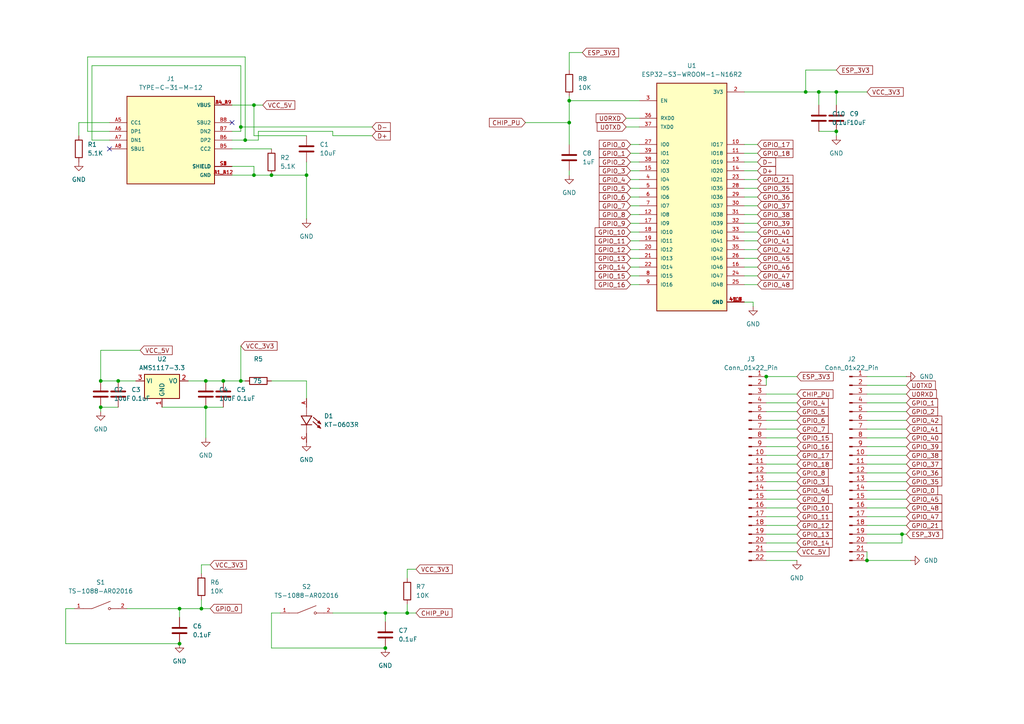
<source format=kicad_sch>
(kicad_sch (version 20231120) (generator "eeschema") (generator_version "8.0")
  (paper "A4")
  (lib_symbols
    (symbol "Connector:Conn_01x22_Pin" (pin_names (offset 1.016) hide)
      (property "Reference" "J" (at 0 27.94 0))
      (property "Value" "Conn_01x22_Pin" (at 0 -30.48 0))
      (symbol "Conn_01x22_Pin_1_1"
        (polyline (pts (xy 1.27 -27.94) (xy 0.8636 -27.94)) (stroke (width 0.1524)))
        (polyline (pts (xy 1.27 -25.4) (xy 0.8636 -25.4)) (stroke (width 0.1524)))
        (polyline (pts (xy 1.27 -22.86) (xy 0.8636 -22.86)) (stroke (width 0.1524)))
        (polyline (pts (xy 1.27 -20.32) (xy 0.8636 -20.32)) (stroke (width 0.1524)))
        (polyline (pts (xy 1.27 -17.78) (xy 0.8636 -17.78)) (stroke (width 0.1524)))
        (polyline (pts (xy 1.27 -15.24) (xy 0.8636 -15.24)) (stroke (width 0.1524)))
        (polyline (pts (xy 1.27 -12.7) (xy 0.8636 -12.7)) (stroke (width 0.1524)))
        (polyline (pts (xy 1.27 -10.16) (xy 0.8636 -10.16)) (stroke (width 0.1524)))
        (polyline (pts (xy 1.27 -7.62) (xy 0.8636 -7.62)) (stroke (width 0.1524)))
        (polyline (pts (xy 1.27 -5.08) (xy 0.8636 -5.08)) (stroke (width 0.1524)))
        (polyline (pts (xy 1.27 -2.54) (xy 0.8636 -2.54)) (stroke (width 0.1524)))
        (polyline (pts (xy 1.27 0) (xy 0.8636 0)) (stroke (width 0.1524)))
        (polyline (pts (xy 1.27 2.54) (xy 0.8636 2.54)) (stroke (width 0.1524)))
        (polyline (pts (xy 1.27 5.08) (xy 0.8636 5.08)) (stroke (width 0.1524)))
        (polyline (pts (xy 1.27 7.62) (xy 0.8636 7.62)) (stroke (width 0.1524)))
        (polyline (pts (xy 1.27 10.16) (xy 0.8636 10.16)) (stroke (width 0.1524)))
        (polyline (pts (xy 1.27 12.7) (xy 0.8636 12.7)) (stroke (width 0.1524)))
        (polyline (pts (xy 1.27 15.24) (xy 0.8636 15.24)) (stroke (width 0.1524)))
        (polyline (pts (xy 1.27 17.78) (xy 0.8636 17.78)) (stroke (width 0.1524)))
        (polyline (pts (xy 1.27 20.32) (xy 0.8636 20.32)) (stroke (width 0.1524)))
        (polyline (pts (xy 1.27 22.86) (xy 0.8636 22.86)) (stroke (width 0.1524)))
        (polyline (pts (xy 1.27 25.4) (xy 0.8636 25.4)) (stroke (width 0.1524)))
        (rectangle (start 0.8636 -27.813) (end 0 -28.067) (stroke (width 0.1524)) (fill (type outline)))
        (rectangle (start 0.8636 -25.273) (end 0 -25.527) (stroke (width 0.1524)) (fill (type outline)))
        (rectangle (start 0.8636 -22.733) (end 0 -22.987) (stroke (width 0.1524)) (fill (type outline)))
        (rectangle (start 0.8636 -20.193) (end 0 -20.447) (stroke (width 0.1524)) (fill (type outline)))
        (rectangle (start 0.8636 -17.653) (end 0 -17.907) (stroke (width 0.1524)) (fill (type outline)))
        (rectangle (start 0.8636 -15.113) (end 0 -15.367) (stroke (width 0.1524)) (fill (type outline)))
        (rectangle (start 0.8636 -12.573) (end 0 -12.827) (stroke (width 0.1524)) (fill (type outline)))
        (rectangle (start 0.8636 -10.033) (end 0 -10.287) (stroke (width 0.1524)) (fill (type outline)))
        (rectangle (start 0.8636 -7.493) (end 0 -7.747) (stroke (width 0.1524)) (fill (type outline)))
        (rectangle (start 0.8636 -4.953) (end 0 -5.207) (stroke (width 0.1524)) (fill (type outline)))
        (rectangle (start 0.8636 -2.413) (end 0 -2.667) (stroke (width 0.1524)) (fill (type outline)))
        (rectangle (start 0.8636 0.127) (end 0 -0.127) (stroke (width 0.1524)) (fill (type outline)))
        (rectangle (start 0.8636 2.667) (end 0 2.413) (stroke (width 0.1524)) (fill (type outline)))
        (rectangle (start 0.8636 5.207) (end 0 4.953) (stroke (width 0.1524)) (fill (type outline)))
        (rectangle (start 0.8636 7.747) (end 0 7.493) (stroke (width 0.1524)) (fill (type outline)))
        (rectangle (start 0.8636 10.287) (end 0 10.033) (stroke (width 0.1524)) (fill (type outline)))
        (rectangle (start 0.8636 12.827) (end 0 12.573) (stroke (width 0.1524)) (fill (type outline)))
        (rectangle (start 0.8636 15.367) (end 0 15.113) (stroke (width 0.1524)) (fill (type outline)))
        (rectangle (start 0.8636 17.907) (end 0 17.653) (stroke (width 0.1524)) (fill (type outline)))
        (rectangle (start 0.8636 20.447) (end 0 20.193) (stroke (width 0.1524)) (fill (type outline)))
        (rectangle (start 0.8636 22.987) (end 0 22.733) (stroke (width 0.1524)) (fill (type outline)))
        (rectangle (start 0.8636 25.527) (end 0 25.273) (stroke (width 0.1524)) (fill (type outline)))
        (pin passive line (at 5.08 25.4 180) (length 3.81) (name "Pin_1") (number "1"))
        (pin passive line (at 5.08 2.54 180) (length 3.81) (name "Pin_10") (number "10"))
        (pin passive line (at 5.08 0 180) (length 3.81) (name "Pin_11") (number "11"))
        (pin passive line (at 5.08 -2.54 180) (length 3.81) (name "Pin_12") (number "12"))
        (pin passive line (at 5.08 -5.08 180) (length 3.81) (name "Pin_13") (number "13"))
        (pin passive line (at 5.08 -7.62 180) (length 3.81) (name "Pin_14") (number "14"))
        (pin passive line (at 5.08 -10.16 180) (length 3.81) (name "Pin_15") (number "15"))
        (pin passive line (at 5.08 -12.7 180) (length 3.81) (name "Pin_16") (number "16"))
        (pin passive line (at 5.08 -15.24 180) (length 3.81) (name "Pin_17") (number "17"))
        (pin passive line (at 5.08 -17.78 180) (length 3.81) (name "Pin_18") (number "18"))
        (pin passive line (at 5.08 -20.32 180) (length 3.81) (name "Pin_19") (number "19"))
        (pin passive line (at 5.08 22.86 180) (length 3.81) (name "Pin_2") (number "2"))
        (pin passive line (at 5.08 -22.86 180) (length 3.81) (name "Pin_20") (number "20"))
        (pin passive line (at 5.08 -25.4 180) (length 3.81) (name "Pin_21") (number "21"))
        (pin passive line (at 5.08 -27.94 180) (length 3.81) (name "Pin_22") (number "22"))
        (pin passive line (at 5.08 20.32 180) (length 3.81) (name "Pin_3") (number "3"))
        (pin passive line (at 5.08 17.78 180) (length 3.81) (name "Pin_4") (number "4"))
        (pin passive line (at 5.08 15.24 180) (length 3.81) (name "Pin_5") (number "5"))
        (pin passive line (at 5.08 12.7 180) (length 3.81) (name "Pin_6") (number "6"))
        (pin passive line (at 5.08 10.16 180) (length 3.81) (name "Pin_7") (number "7"))
        (pin passive line (at 5.08 7.62 180) (length 3.81) (name "Pin_8") (number "8"))
        (pin passive line (at 5.08 5.08 180) (length 3.81) (name "Pin_9") (number "9"))
      )
    )
    (symbol "Device:C" (pin_numbers hide) (pin_names (offset 0.254))
      (property "Reference" "C" (at 0.635 2.54 0))
      (property "Value" "C" (at 0.635 -2.54 0))
      (symbol "C_0_1"
        (polyline (pts (xy -2.032 -0.762) (xy 2.032 -0.762)) (stroke (width 0.508)))
        (polyline (pts (xy -2.032 0.762) (xy 2.032 0.762)) (stroke (width 0.508)))
      )
      (symbol "C_1_1"
        (pin passive line (at 0 3.81 270) (length 2.794) (name "~") (number "1"))
        (pin passive line (at 0 -3.81 90) (length 2.794) (name "~") (number "2"))
      )
    )
    (symbol "Device:R" (pin_numbers hide) (pin_names (offset 0))
      (property "Reference" "R" (at 2.032 0 90))
      (property "Value" "R" (at 0 0 90))
      (symbol "R_0_1"
        (rectangle (start -1.016 -2.54) (end 1.016 2.54) (stroke (width 0.254)))
      )
      (symbol "R_1_1"
        (pin passive line (at 0 3.81 270) (length 1.27) (name "~") (number "1"))
        (pin passive line (at 0 -3.81 90) (length 1.27) (name "~") (number "2"))
      )
    )
    (symbol "ESP32-S3-WROOM-1-N16R2:ESP32-S3-WROOM-1-N16R2" (pin_names (offset 1.016))
      (property "Reference" "U" (at -10.16 34.1122 0))
      (property "Value" "ESP32-S3-WROOM-1-N16R2" (at -10.16 -35.56 0))
      (symbol "ESP32-S3-WROOM-1-N16R2_0_0"
        (rectangle (start -10.16 -33.02) (end 10.16 33.02) (stroke (width 0.254)) (fill (type background)))
        (pin power_in line (at 15.24 -30.48 180) (length 5.08) (name "GND") (number "1"))
        (pin bidirectional line (at 15.24 15.24 180) (length 5.08) (name "IO17") (number "10"))
        (pin bidirectional line (at 15.24 12.7 180) (length 5.08) (name "IO18") (number "11"))
        (pin bidirectional line (at -15.24 -5.08 0) (length 5.08) (name "IO8") (number "12"))
        (pin bidirectional line (at 15.24 10.16 180) (length 5.08) (name "IO19") (number "13"))
        (pin bidirectional line (at 15.24 7.62 180) (length 5.08) (name "IO20") (number "14"))
        (pin bidirectional line (at -15.24 7.62 0) (length 5.08) (name "IO3") (number "15"))
        (pin bidirectional line (at 15.24 -20.32 180) (length 5.08) (name "IO46") (number "16"))
        (pin bidirectional line (at -15.24 -7.62 0) (length 5.08) (name "IO9") (number "17"))
        (pin bidirectional line (at -15.24 -10.16 0) (length 5.08) (name "IO10") (number "18"))
        (pin bidirectional line (at -15.24 -12.7 0) (length 5.08) (name "IO11") (number "19"))
        (pin power_in line (at 15.24 30.48 180) (length 5.08) (name "3V3") (number "2"))
        (pin bidirectional line (at -15.24 -15.24 0) (length 5.08) (name "IO12") (number "20"))
        (pin bidirectional line (at -15.24 -17.78 0) (length 5.08) (name "IO13") (number "21"))
        (pin bidirectional line (at -15.24 -20.32 0) (length 5.08) (name "IO14") (number "22"))
        (pin bidirectional line (at 15.24 5.08 180) (length 5.08) (name "IO21") (number "23"))
        (pin bidirectional line (at 15.24 -22.86 180) (length 5.08) (name "IO47") (number "24"))
        (pin bidirectional line (at 15.24 -25.4 180) (length 5.08) (name "IO48") (number "25"))
        (pin bidirectional line (at 15.24 -17.78 180) (length 5.08) (name "IO45") (number "26"))
        (pin bidirectional line (at -15.24 15.24 0) (length 5.08) (name "IO0") (number "27"))
        (pin bidirectional line (at 15.24 2.54 180) (length 5.08) (name "IO35") (number "28"))
        (pin bidirectional line (at 15.24 0 180) (length 5.08) (name "IO36") (number "29"))
        (pin input line (at -15.24 27.94 0) (length 5.08) (name "EN") (number "3"))
        (pin bidirectional line (at 15.24 -2.54 180) (length 5.08) (name "IO37") (number "30"))
        (pin bidirectional line (at 15.24 -5.08 180) (length 5.08) (name "IO38") (number "31"))
        (pin bidirectional line (at 15.24 -7.62 180) (length 5.08) (name "IO39") (number "32"))
        (pin bidirectional line (at 15.24 -10.16 180) (length 5.08) (name "IO40") (number "33"))
        (pin bidirectional line (at 15.24 -12.7 180) (length 5.08) (name "IO41") (number "34"))
        (pin bidirectional line (at 15.24 -15.24 180) (length 5.08) (name "IO42") (number "35"))
        (pin bidirectional line (at -15.24 22.86 0) (length 5.08) (name "RXD0") (number "36"))
        (pin bidirectional line (at -15.24 20.32 0) (length 5.08) (name "TXD0") (number "37"))
        (pin bidirectional line (at -15.24 10.16 0) (length 5.08) (name "IO2") (number "38"))
        (pin bidirectional line (at -15.24 12.7 0) (length 5.08) (name "IO1") (number "39"))
        (pin bidirectional line (at -15.24 5.08 0) (length 5.08) (name "IO4") (number "4"))
        (pin power_in line (at 15.24 -30.48 180) (length 5.08) (name "GND") (number "40"))
        (pin power_in line (at 15.24 -30.48 180) (length 5.08) (name "GND") (number "41_1"))
        (pin power_in line (at 15.24 -30.48 180) (length 5.08) (name "GND") (number "41_2"))
        (pin power_in line (at 15.24 -30.48 180) (length 5.08) (name "GND") (number "41_3"))
        (pin power_in line (at 15.24 -30.48 180) (length 5.08) (name "GND") (number "41_4"))
        (pin power_in line (at 15.24 -30.48 180) (length 5.08) (name "GND") (number "41_5"))
        (pin power_in line (at 15.24 -30.48 180) (length 5.08) (name "GND") (number "41_6"))
        (pin power_in line (at 15.24 -30.48 180) (length 5.08) (name "GND") (number "41_7"))
        (pin power_in line (at 15.24 -30.48 180) (length 5.08) (name "GND") (number "41_8"))
        (pin power_in line (at 15.24 -30.48 180) (length 5.08) (name "GND") (number "41_9"))
        (pin bidirectional line (at -15.24 2.54 0) (length 5.08) (name "IO5") (number "5"))
        (pin bidirectional line (at -15.24 0 0) (length 5.08) (name "IO6") (number "6"))
        (pin bidirectional line (at -15.24 -2.54 0) (length 5.08) (name "IO7") (number "7"))
        (pin bidirectional line (at -15.24 -22.86 0) (length 5.08) (name "IO15") (number "8"))
        (pin bidirectional line (at -15.24 -25.4 0) (length 5.08) (name "IO16") (number "9"))
      )
    )
    (symbol "KT-0603R:KT-0603R" (pin_names (offset 1.016))
      (property "Reference" "D" (at -3.556 4.4958 0))
      (property "Value" "KT-0603R" (at -3.556 -3.302 0))
      (symbol "KT-0603R_0_0"
        (polyline (pts (xy -2.54 -1.524) (xy 0 0)) (stroke (width 0.254)))
        (polyline (pts (xy -2.54 0) (xy -5.08 0)) (stroke (width 0.1524)))
        (polyline (pts (xy -2.54 0) (xy -2.54 -1.524)) (stroke (width 0.254)))
        (polyline (pts (xy -2.54 1.524) (xy -2.54 0)) (stroke (width 0.254)))
        (polyline (pts (xy -0.3556 4.0386) (xy -2.1336 2.0066)) (stroke (width 0.254)))
        (polyline (pts (xy 0 0) (xy -2.54 1.524)) (stroke (width 0.254)))
        (polyline (pts (xy 0 0) (xy 0 -1.524)) (stroke (width 0.254)))
        (polyline (pts (xy 0 1.524) (xy 0 0)) (stroke (width 0.254)))
        (polyline (pts (xy 0.889 3.937) (xy -0.889 1.905)) (stroke (width 0.254)))
        (polyline (pts (xy 2.54 0) (xy 0 0)) (stroke (width 0.1524)))
        (polyline (pts (xy -1.143 3.683) (xy -0.5715 3.175) (xy -0.1905 4.191) (xy -1.143 3.683)) (stroke (width 0.1524)) (fill (type outline)))
        (polyline (pts (xy 0.127 3.6195) (xy 0.6985 3.1115) (xy 1.0795 4.191) (xy 0.127 3.6195)) (stroke (width 0.1524)) (fill (type outline)))
        (pin passive line (at -7.62 0 0) (length 2.54) (name "~") (number "A"))
        (pin passive line (at 5.08 0 180) (length 2.54) (name "~") (number "C"))
      )
    )
    (symbol "Regulator_Linear:AMS1117-3.3"
      (property "Reference" "U" (at -3.81 3.175 0))
      (property "Value" "AMS1117-3.3" (at 0 3.175 0))
      (symbol "AMS1117-3.3_0_1"
        (rectangle (start -5.08 -5.08) (end 5.08 1.905) (stroke (width 0.254)) (fill (type background)))
      )
      (symbol "AMS1117-3.3_1_1"
        (pin power_in line (at 0 -7.62 90) (length 2.54) (name "GND") (number "1"))
        (pin power_out line (at 7.62 0 180) (length 2.54) (name "VO") (number "2"))
        (pin power_in line (at -7.62 0 0) (length 2.54) (name "VI") (number "3"))
      )
    )
    (symbol "TS-1088-AR02016:TS-1088-AR02016" (pin_names (offset 1.016))
      (property "Reference" "S" (at -2.54 2.54 0))
      (property "Value" "TS-1088-AR02016" (at -2.54 -2.54 0))
      (symbol "TS-1088-AR02016_0_0"
        (polyline (pts (xy -2.54 0) (xy -5.08 0)) (stroke (width 0.1524)))
        (polyline (pts (xy -2.54 0) (xy 2.794 2.1336)) (stroke (width 0.1524)))
        (polyline (pts (xy 5.08 0) (xy 2.921 0)) (stroke (width 0.1524)))
        (circle (center 2.54 0) (radius 0.3302) (stroke (width 0.1524)))
        (pin passive line (at -7.62 0 0) (length 2.54) (name "~") (number "1"))
        (pin passive line (at 7.62 0 180) (length 2.54) (name "~") (number "2"))
      )
    )
    (symbol "TYPE-C-31-M-12:TYPE-C-31-M-12" (pin_names (offset 1.016))
      (property "Reference" "J" (at -12.7 13.462 0))
      (property "Value" "TYPE-C-31-M-12" (at -12.7 -13.462 0))
      (symbol "TYPE-C-31-M-12_0_0"
        (rectangle (start -12.7 -12.7) (end 12.7 12.7) (stroke (width 0.254)) (fill (type background)))
        (pin power_in line (at 17.78 -10.16 180) (length 5.08) (name "GND") (number "A1_B12"))
        (pin power_in line (at 17.78 10.16 180) (length 5.08) (name "VBUS") (number "A4_B9"))
        (pin bidirectional line (at -17.78 5.08 0) (length 5.08) (name "CC1") (number "A5"))
        (pin bidirectional line (at -17.78 2.54 0) (length 5.08) (name "DP1") (number "A6"))
        (pin bidirectional line (at -17.78 0 0) (length 5.08) (name "DN1") (number "A7"))
        (pin bidirectional line (at -17.78 -2.54 0) (length 5.08) (name "SBU1") (number "A8"))
        (pin power_in line (at 17.78 -10.16 180) (length 5.08) (name "GND") (number "B1_A12"))
        (pin power_in line (at 17.78 10.16 180) (length 5.08) (name "VBUS") (number "B4_A9"))
        (pin bidirectional line (at 17.78 -2.54 180) (length 5.08) (name "CC2") (number "B5"))
        (pin bidirectional line (at 17.78 0 180) (length 5.08) (name "DP2") (number "B6"))
        (pin bidirectional line (at 17.78 2.54 180) (length 5.08) (name "DN2") (number "B7"))
        (pin bidirectional line (at 17.78 5.08 180) (length 5.08) (name "SBU2") (number "B8"))
        (pin passive line (at 17.78 -7.62 180) (length 5.08) (name "SHIELD") (number "S1"))
        (pin passive line (at 17.78 -7.62 180) (length 5.08) (name "SHIELD") (number "S2"))
        (pin passive line (at 17.78 -7.62 180) (length 5.08) (name "SHIELD") (number "S3"))
        (pin passive line (at 17.78 -7.62 180) (length 5.08) (name "SHIELD") (number "S4"))
      )
    )
    (symbol "power:GND" (power) (pin_numbers hide) (pin_names (offset 0) hide)
      (property "Value" "GND" (at 0 -3.81 0))
      (symbol "GND_0_1"
        (polyline (pts (xy 0 0) (xy 0 -1.27) (xy 1.27 -1.27) (xy 0 -2.54) (xy -1.27 -1.27) (xy 0 -1.27)))
      )
      (symbol "GND_1_1"
        (pin power_in line (at 0 0 270) (length 0) (name "~") (number "1"))
      )
    )
  )
  (junction (at 165.1 29.21))
  (junction (at 69.85 36.83))
  (junction (at 59.69 110.49))
  (junction (at 59.69 118.11))
  (junction (at 111.76 187.96))
  (junction (at 118.11 177.8))
  (junction (at 69.85 110.49))
  (junction (at 222.25 109.22))
  (junction (at 78.74 50.8))
  (junction (at 165.1 35.56))
  (junction (at 29.21 110.49))
  (junction (at 52.07 176.53))
  (junction (at 73.66 50.8))
  (junction (at 64.77 110.49))
  (junction (at 242.57 38.1))
  (junction (at 34.29 110.49))
  (junction (at 71.12 40.64))
  (junction (at 251.46 162.56))
  (junction (at 88.9 50.8))
  (junction (at 29.21 118.11))
  (junction (at 233.68 26.67))
  (junction (at 52.07 186.69))
  (junction (at 261.62 154.94))
  (junction (at 73.66 30.48))
  (junction (at 58.42 176.53))
  (junction (at 242.57 26.67))
  (junction (at 237.49 26.67))
  (junction (at 111.76 177.8))
  (no_connect (at 67.31 35.56))
  (no_connect (at 31.75 43.18))
  (wire (pts (xy 215.9 80.01) (xy 219.71 80.01)))
  (wire (pts (xy 215.9 62.23) (xy 219.71 62.23)))
  (wire (pts (xy 182.88 74.93) (xy 185.42 74.93)))
  (wire (pts (xy 215.9 77.47) (xy 219.71 77.47)))
  (wire (pts (xy 215.9 41.91) (xy 219.71 41.91)))
  (wire (pts (xy 60.96 176.53) (xy 58.42 176.53)))
  (wire (pts (xy 222.25 132.08) (xy 231.14 132.08)))
  (wire (pts (xy 182.88 80.01) (xy 185.42 80.01)))
  (wire (pts (xy 261.62 154.94) (xy 261.62 157.48)))
  (wire (pts (xy 222.25 162.56) (xy 231.14 162.56)))
  (wire (pts (xy 215.9 82.55) (xy 219.71 82.55)))
  (wire (pts (xy 182.88 49.53) (xy 185.42 49.53)))
  (wire (pts (xy 59.69 118.11) (xy 64.77 118.11)))
  (wire (pts (xy 118.11 177.8) (xy 118.11 175.26)))
  (wire (pts (xy 251.46 121.92) (xy 262.89 121.92)))
  (wire (pts (xy 222.25 157.48) (xy 231.14 157.48)))
  (wire (pts (xy 118.11 177.8) (xy 111.76 177.8)))
  (wire (pts (xy 222.25 152.4) (xy 231.14 152.4)))
  (wire (pts (xy 182.88 82.55) (xy 185.42 82.55)))
  (wire (pts (xy 215.9 69.85) (xy 219.71 69.85)))
  (wire (pts (xy 46.99 118.11) (xy 59.69 118.11)))
  (wire (pts (xy 251.46 132.08) (xy 262.89 132.08)))
  (wire (pts (xy 251.46 127) (xy 262.89 127)))
  (wire (pts (xy 222.25 116.84) (xy 231.14 116.84)))
  (wire (pts (xy 251.46 114.3) (xy 262.89 114.3)))
  (wire (pts (xy 242.57 38.1) (xy 242.57 39.37)))
  (wire (pts (xy 58.42 176.53) (xy 52.07 176.53)))
  (wire (pts (xy 182.88 54.61) (xy 185.42 54.61)))
  (wire (pts (xy 222.25 149.86) (xy 231.14 149.86)))
  (wire (pts (xy 181.61 34.29) (xy 185.42 34.29)))
  (wire (pts (xy 222.25 114.3) (xy 231.14 114.3)))
  (wire (pts (xy 222.25 139.7) (xy 231.14 139.7)))
  (wire (pts (xy 73.66 48.26) (xy 73.66 50.8)))
  (wire (pts (xy 165.1 29.21) (xy 165.1 27.94)))
  (wire (pts (xy 96.52 38.1) (xy 96.52 39.37)))
  (wire (pts (xy 182.88 59.69) (xy 185.42 59.69)))
  (wire (pts (xy 237.49 26.67) (xy 233.68 26.67)))
  (wire (pts (xy 58.42 176.53) (xy 58.42 173.99)))
  (wire (pts (xy 182.88 52.07) (xy 185.42 52.07)))
  (wire (pts (xy 73.66 30.48) (xy 76.2 30.48)))
  (wire (pts (xy 26.67 40.64) (xy 26.67 19.05)))
  (wire (pts (xy 251.46 144.78) (xy 262.89 144.78)))
  (wire (pts (xy 237.49 26.67) (xy 242.57 26.67)))
  (wire (pts (xy 78.74 110.49) (xy 88.9 110.49)))
  (wire (pts (xy 165.1 29.21) (xy 185.42 29.21)))
  (wire (pts (xy 78.74 177.8) (xy 78.74 187.96)))
  (wire (pts (xy 222.25 154.94) (xy 231.14 154.94)))
  (wire (pts (xy 222.25 137.16) (xy 231.14 137.16)))
  (wire (pts (xy 251.46 152.4) (xy 262.89 152.4)))
  (wire (pts (xy 251.46 116.84) (xy 262.89 116.84)))
  (wire (pts (xy 251.46 142.24) (xy 262.89 142.24)))
  (wire (pts (xy 215.9 59.69) (xy 219.71 59.69)))
  (wire (pts (xy 222.25 121.92) (xy 231.14 121.92)))
  (wire (pts (xy 71.12 16.51) (xy 71.12 40.64)))
  (wire (pts (xy 78.74 187.96) (xy 111.76 187.96)))
  (wire (pts (xy 215.9 74.93) (xy 219.71 74.93)))
  (wire (pts (xy 251.46 129.54) (xy 262.89 129.54)))
  (wire (pts (xy 251.46 154.94) (xy 261.62 154.94)))
  (wire (pts (xy 251.46 137.16) (xy 262.89 137.16)))
  (wire (pts (xy 21.59 176.53) (xy 19.05 176.53)))
  (wire (pts (xy 58.42 163.83) (xy 60.96 163.83)))
  (wire (pts (xy 182.88 46.99) (xy 185.42 46.99)))
  (wire (pts (xy 74.93 40.64) (xy 71.12 40.64)))
  (wire (pts (xy 31.75 35.56) (xy 22.86 35.56)))
  (wire (pts (xy 222.25 160.02) (xy 231.14 160.02)))
  (wire (pts (xy 251.46 139.7) (xy 262.89 139.7)))
  (wire (pts (xy 237.49 30.48) (xy 237.49 26.67)))
  (wire (pts (xy 251.46 111.76) (xy 262.89 111.76)))
  (wire (pts (xy 181.61 36.83) (xy 185.42 36.83)))
  (wire (pts (xy 251.46 162.56) (xy 264.16 162.56)))
  (wire (pts (xy 58.42 166.37) (xy 58.42 163.83)))
  (wire (pts (xy 81.28 177.8) (xy 78.74 177.8)))
  (wire (pts (xy 233.68 20.32) (xy 233.68 26.67)))
  (wire (pts (xy 261.62 154.94) (xy 262.89 154.94)))
  (wire (pts (xy 120.65 177.8) (xy 118.11 177.8)))
  (wire (pts (xy 215.9 54.61) (xy 219.71 54.61)))
  (wire (pts (xy 251.46 119.38) (xy 262.89 119.38)))
  (wire (pts (xy 64.77 110.49) (xy 69.85 110.49)))
  (wire (pts (xy 182.88 77.47) (xy 185.42 77.47)))
  (wire (pts (xy 74.93 38.1) (xy 74.93 40.64)))
  (wire (pts (xy 69.85 36.83) (xy 69.85 38.1)))
  (wire (pts (xy 222.25 129.54) (xy 231.14 129.54)))
  (wire (pts (xy 215.9 87.63) (xy 218.44 87.63)))
  (wire (pts (xy 222.25 142.24) (xy 231.14 142.24)))
  (wire (pts (xy 233.68 26.67) (xy 215.9 26.67)))
  (wire (pts (xy 222.25 144.78) (xy 231.14 144.78)))
  (wire (pts (xy 118.11 165.1) (xy 120.65 165.1)))
  (wire (pts (xy 215.9 57.15) (xy 219.71 57.15)))
  (wire (pts (xy 111.76 177.8) (xy 111.76 180.34)))
  (wire (pts (xy 69.85 19.05) (xy 69.85 36.83)))
  (wire (pts (xy 19.05 186.69) (xy 52.07 186.69)))
  (wire (pts (xy 59.69 110.49) (xy 64.77 110.49)))
  (wire (pts (xy 222.25 127) (xy 231.14 127)))
  (wire (pts (xy 22.86 35.56) (xy 22.86 39.37)))
  (wire (pts (xy 215.9 52.07) (xy 219.71 52.07)))
  (wire (pts (xy 215.9 49.53) (xy 219.71 49.53)))
  (wire (pts (xy 165.1 15.24) (xy 168.91 15.24)))
  (wire (pts (xy 67.31 50.8) (xy 73.66 50.8)))
  (wire (pts (xy 31.75 40.64) (xy 26.67 40.64)))
  (wire (pts (xy 215.9 46.99) (xy 219.71 46.99)))
  (wire (pts (xy 251.46 149.86) (xy 262.89 149.86)))
  (wire (pts (xy 165.1 35.56) (xy 165.1 29.21)))
  (wire (pts (xy 25.4 38.1) (xy 25.4 16.51)))
  (wire (pts (xy 215.9 44.45) (xy 219.71 44.45)))
  (wire (pts (xy 251.46 160.02) (xy 251.46 162.56)))
  (wire (pts (xy 251.46 109.22) (xy 262.89 109.22)))
  (wire (pts (xy 19.05 176.53) (xy 19.05 186.69)))
  (wire (pts (xy 34.29 110.49) (xy 39.37 110.49)))
  (wire (pts (xy 182.88 67.31) (xy 185.42 67.31)))
  (wire (pts (xy 242.57 20.32) (xy 233.68 20.32)))
  (wire (pts (xy 29.21 118.11) (xy 29.21 119.38)))
  (wire (pts (xy 182.88 44.45) (xy 185.42 44.45)))
  (wire (pts (xy 52.07 176.53) (xy 52.07 179.07)))
  (wire (pts (xy 182.88 62.23) (xy 185.42 62.23)))
  (wire (pts (xy 182.88 57.15) (xy 185.42 57.15)))
  (wire (pts (xy 251.46 124.46) (xy 262.89 124.46)))
  (wire (pts (xy 69.85 100.33) (xy 69.85 110.49)))
  (wire (pts (xy 73.66 50.8) (xy 78.74 50.8)))
  (wire (pts (xy 67.31 30.48) (xy 73.66 30.48)))
  (wire (pts (xy 118.11 167.64) (xy 118.11 165.1)))
  (wire (pts (xy 182.88 69.85) (xy 185.42 69.85)))
  (wire (pts (xy 152.4 35.56) (xy 165.1 35.56)))
  (wire (pts (xy 165.1 50.8) (xy 165.1 49.53)))
  (wire (pts (xy 36.83 176.53) (xy 52.07 176.53)))
  (wire (pts (xy 59.69 118.11) (xy 59.69 127)))
  (wire (pts (xy 165.1 20.32) (xy 165.1 15.24)))
  (wire (pts (xy 67.31 43.18) (xy 78.74 43.18)))
  (wire (pts (xy 78.74 50.8) (xy 88.9 50.8)))
  (wire (pts (xy 261.62 157.48) (xy 251.46 157.48)))
  (wire (pts (xy 222.25 124.46) (xy 231.14 124.46)))
  (wire (pts (xy 69.85 38.1) (xy 67.31 38.1)))
  (wire (pts (xy 222.25 134.62) (xy 231.14 134.62)))
  (wire (pts (xy 242.57 26.67) (xy 242.57 30.48)))
  (wire (pts (xy 88.9 39.37) (xy 73.66 39.37)))
  (wire (pts (xy 222.25 111.76) (xy 222.25 109.22)))
  (wire (pts (xy 182.88 41.91) (xy 185.42 41.91)))
  (wire (pts (xy 182.88 72.39) (xy 185.42 72.39)))
  (wire (pts (xy 26.67 19.05) (xy 69.85 19.05)))
  (wire (pts (xy 215.9 72.39) (xy 219.71 72.39)))
  (wire (pts (xy 88.9 46.99) (xy 88.9 50.8)))
  (wire (pts (xy 222.25 109.22) (xy 231.14 109.22)))
  (wire (pts (xy 165.1 35.56) (xy 165.1 41.91)))
  (wire (pts (xy 182.88 64.77) (xy 185.42 64.77)))
  (wire (pts (xy 215.9 64.77) (xy 219.71 64.77)))
  (wire (pts (xy 96.52 39.37) (xy 107.95 39.37)))
  (wire (pts (xy 218.44 87.63) (xy 218.44 88.9)))
  (wire (pts (xy 215.9 67.31) (xy 219.71 67.31)))
  (wire (pts (xy 251.46 26.67) (xy 242.57 26.67)))
  (wire (pts (xy 96.52 177.8) (xy 111.76 177.8)))
  (wire (pts (xy 71.12 40.64) (xy 67.31 40.64)))
  (wire (pts (xy 73.66 39.37) (xy 73.66 30.48)))
  (wire (pts (xy 31.75 38.1) (xy 25.4 38.1)))
  (wire (pts (xy 88.9 110.49) (xy 88.9 115.57)))
  (wire (pts (xy 54.61 110.49) (xy 59.69 110.49)))
  (wire (pts (xy 251.46 147.32) (xy 262.89 147.32)))
  (wire (pts (xy 25.4 16.51) (xy 71.12 16.51)))
  (wire (pts (xy 88.9 50.8) (xy 88.9 63.5)))
  (wire (pts (xy 29.21 118.11) (xy 34.29 118.11)))
  (wire (pts (xy 222.25 147.32) (xy 231.14 147.32)))
  (wire (pts (xy 242.57 38.1) (xy 237.49 38.1)))
  (wire (pts (xy 69.85 36.83) (xy 107.95 36.83)))
  (wire (pts (xy 29.21 110.49) (xy 34.29 110.49)))
  (wire (pts (xy 29.21 101.6) (xy 29.21 110.49)))
  (wire (pts (xy 69.85 110.49) (xy 71.12 110.49)))
  (wire (pts (xy 74.93 38.1) (xy 96.52 38.1)))
  (wire (pts (xy 67.31 48.26) (xy 73.66 48.26)))
  (wire (pts (xy 251.46 134.62) (xy 262.89 134.62)))
  (wire (pts (xy 222.25 119.38) (xy 231.14 119.38)))
  (wire (pts (xy 29.21 101.6) (xy 40.64 101.6)))
  (global_label "GPIO_3" (shape input) (at 231.14 139.7 0) (property "Intersheetrefs" "${INTERSHEET_REFS}" (effects (hide yes))))
  (global_label "GPIO_11" (shape input) (at 182.88 69.85 180) (property "Intersheetrefs" "${INTERSHEET_REFS}" (effects (hide yes))))
  (global_label "GPIO_18" (shape input) (at 231.14 134.62 0) (property "Intersheetrefs" "${INTERSHEET_REFS}" (effects (hide yes))))
  (global_label "GPIO_18" (shape input) (at 219.71 44.45 0) (property "Intersheetrefs" "${INTERSHEET_REFS}" (effects (hide yes))))
  (global_label "VCC_3V3" (shape input) (at 60.96 163.83 0) (property "Intersheetrefs" "${INTERSHEET_REFS}" (effects (hide yes))))
  (global_label "CHIP_PU" (shape input) (at 152.4 35.56 180) (property "Intersheetrefs" "${INTERSHEET_REFS}" (effects (hide yes))))
  (global_label "D-" (shape input) (at 219.71 46.99 0) (property "Intersheetrefs" "${INTERSHEET_REFS}" (effects (hide yes))))
  (global_label "GPIO_36" (shape input) (at 219.71 57.15 0) (property "Intersheetrefs" "${INTERSHEET_REFS}" (effects (hide yes))))
  (global_label "GPIO_13" (shape input) (at 231.14 154.94 0) (property "Intersheetrefs" "${INTERSHEET_REFS}" (effects (hide yes))))
  (global_label "GPIO_48" (shape input) (at 219.71 82.55 0) (property "Intersheetrefs" "${INTERSHEET_REFS}" (effects (hide yes))))
  (global_label "GPIO_10" (shape input) (at 231.14 147.32 0) (property "Intersheetrefs" "${INTERSHEET_REFS}" (effects (hide yes))))
  (global_label "GPIO_45" (shape input) (at 219.71 74.93 0) (property "Intersheetrefs" "${INTERSHEET_REFS}" (effects (hide yes))))
  (global_label "GPIO_3" (shape input) (at 182.88 49.53 180) (property "Intersheetrefs" "${INTERSHEET_REFS}" (effects (hide yes))))
  (global_label "GPIO_12" (shape input) (at 182.88 72.39 180) (property "Intersheetrefs" "${INTERSHEET_REFS}" (effects (hide yes))))
  (global_label "GPIO_16" (shape input) (at 182.88 82.55 180) (property "Intersheetrefs" "${INTERSHEET_REFS}" (effects (hide yes))))
  (global_label "ESP_3V3" (shape input) (at 242.57 20.32 0) (property "Intersheetrefs" "${INTERSHEET_REFS}" (effects (hide yes))))
  (global_label "CHIP_PU" (shape input) (at 120.65 177.8 0) (property "Intersheetrefs" "${INTERSHEET_REFS}" (effects (hide yes))))
  (global_label "D+" (shape input) (at 107.95 39.37 0) (property "Intersheetrefs" "${INTERSHEET_REFS}" (effects (hide yes))))
  (global_label "GPIO_15" (shape input) (at 231.14 127 0) (property "Intersheetrefs" "${INTERSHEET_REFS}" (effects (hide yes))))
  (global_label "GPIO_12" (shape input) (at 231.14 152.4 0) (property "Intersheetrefs" "${INTERSHEET_REFS}" (effects (hide yes))))
  (global_label "GPIO_1" (shape input) (at 182.88 44.45 180) (property "Intersheetrefs" "${INTERSHEET_REFS}" (effects (hide yes))))
  (global_label "GPIO_40" (shape input) (at 219.71 67.31 0) (property "Intersheetrefs" "${INTERSHEET_REFS}" (effects (hide yes))))
  (global_label "GPIO_45" (shape input) (at 262.89 144.78 0) (property "Intersheetrefs" "${INTERSHEET_REFS}" (effects (hide yes))))
  (global_label "GPIO_7" (shape input) (at 182.88 59.69 180) (property "Intersheetrefs" "${INTERSHEET_REFS}" (effects (hide yes))))
  (global_label "D+" (shape input) (at 219.71 49.53 0) (property "Intersheetrefs" "${INTERSHEET_REFS}" (effects (hide yes))))
  (global_label "GPIO_5" (shape input) (at 182.88 54.61 180) (property "Intersheetrefs" "${INTERSHEET_REFS}" (effects (hide yes))))
  (global_label "GPIO_48" (shape input) (at 262.89 147.32 0) (property "Intersheetrefs" "${INTERSHEET_REFS}" (effects (hide yes))))
  (global_label "GPIO_37" (shape input) (at 219.71 59.69 0) (property "Intersheetrefs" "${INTERSHEET_REFS}" (effects (hide yes))))
  (global_label "U0TXD" (shape input) (at 181.61 36.83 180) (property "Intersheetrefs" "${INTERSHEET_REFS}" (effects (hide yes))))
  (global_label "GPIO_40" (shape input) (at 262.89 127 0) (property "Intersheetrefs" "${INTERSHEET_REFS}" (effects (hide yes))))
  (global_label "GPIO_17" (shape input) (at 231.14 132.08 0) (property "Intersheetrefs" "${INTERSHEET_REFS}" (effects (hide yes))))
  (global_label "VCC_5V" (shape input) (at 231.14 160.02 0) (property "Intersheetrefs" "${INTERSHEET_REFS}" (effects (hide yes))))
  (global_label "GPIO_8" (shape input) (at 182.88 62.23 180) (property "Intersheetrefs" "${INTERSHEET_REFS}" (effects (hide yes))))
  (global_label "VCC_3V3" (shape input) (at 251.46 26.67 0) (property "Intersheetrefs" "${INTERSHEET_REFS}" (effects (hide yes))))
  (global_label "GPIO_14" (shape input) (at 182.88 77.47 180) (property "Intersheetrefs" "${INTERSHEET_REFS}" (effects (hide yes))))
  (global_label "GPIO_35" (shape input) (at 262.89 139.7 0) (property "Intersheetrefs" "${INTERSHEET_REFS}" (effects (hide yes))))
  (global_label "GPIO_13" (shape input) (at 182.88 74.93 180) (property "Intersheetrefs" "${INTERSHEET_REFS}" (effects (hide yes))))
  (global_label "GPIO_14" (shape input) (at 231.14 157.48 0) (property "Intersheetrefs" "${INTERSHEET_REFS}" (effects (hide yes))))
  (global_label "ESP_3V3" (shape input) (at 168.91 15.24 0) (property "Intersheetrefs" "${INTERSHEET_REFS}" (effects (hide yes))))
  (global_label "U0RXD" (shape input) (at 181.61 34.29 180) (property "Intersheetrefs" "${INTERSHEET_REFS}" (effects (hide yes))))
  (global_label "GPIO_39" (shape input) (at 262.89 129.54 0) (property "Intersheetrefs" "${INTERSHEET_REFS}" (effects (hide yes))))
  (global_label "GPIO_41" (shape input) (at 219.71 69.85 0) (property "Intersheetrefs" "${INTERSHEET_REFS}" (effects (hide yes))))
  (global_label "VCC_3V3" (shape input) (at 69.85 100.33 0) (property "Intersheetrefs" "${INTERSHEET_REFS}" (effects (hide yes))))
  (global_label "GPIO_16" (shape input) (at 231.14 129.54 0) (property "Intersheetrefs" "${INTERSHEET_REFS}" (effects (hide yes))))
  (global_label "CHIP_PU" (shape input) (at 231.14 114.3 0) (property "Intersheetrefs" "${INTERSHEET_REFS}" (effects (hide yes))))
  (global_label "VCC_5V" (shape input) (at 40.64 101.6 0) (property "Intersheetrefs" "${INTERSHEET_REFS}" (effects (hide yes))))
  (global_label "GPIO_7" (shape input) (at 231.14 124.46 0) (property "Intersheetrefs" "${INTERSHEET_REFS}" (effects (hide yes))))
  (global_label "GPIO_46" (shape input) (at 231.14 142.24 0) (property "Intersheetrefs" "${INTERSHEET_REFS}" (effects (hide yes))))
  (global_label "GPIO_4" (shape input) (at 182.88 52.07 180) (property "Intersheetrefs" "${INTERSHEET_REFS}" (effects (hide yes))))
  (global_label "ESP_3V3" (shape input) (at 262.89 154.94 0) (property "Intersheetrefs" "${INTERSHEET_REFS}" (effects (hide yes))))
  (global_label "GPIO_0" (shape input) (at 182.88 41.91 180) (property "Intersheetrefs" "${INTERSHEET_REFS}" (effects (hide yes))))
  (global_label "GPIO_5" (shape input) (at 231.14 119.38 0) (property "Intersheetrefs" "${INTERSHEET_REFS}" (effects (hide yes))))
  (global_label "GPIO_9" (shape input) (at 182.88 64.77 180) (property "Intersheetrefs" "${INTERSHEET_REFS}" (effects (hide yes))))
  (global_label "GPIO_21" (shape input) (at 262.89 152.4 0) (property "Intersheetrefs" "${INTERSHEET_REFS}" (effects (hide yes))))
  (global_label "GPIO_35" (shape input) (at 219.71 54.61 0) (property "Intersheetrefs" "${INTERSHEET_REFS}" (effects (hide yes))))
  (global_label "GPIO_15" (shape input) (at 182.88 80.01 180) (property "Intersheetrefs" "${INTERSHEET_REFS}" (effects (hide yes))))
  (global_label "GPIO_8" (shape input) (at 231.14 137.16 0) (property "Intersheetrefs" "${INTERSHEET_REFS}" (effects (hide yes))))
  (global_label "GPIO_9" (shape input) (at 231.14 144.78 0) (property "Intersheetrefs" "${INTERSHEET_REFS}" (effects (hide yes))))
  (global_label "GPIO_42" (shape input) (at 219.71 72.39 0) (property "Intersheetrefs" "${INTERSHEET_REFS}" (effects (hide yes))))
  (global_label "GPIO_46" (shape input) (at 219.71 77.47 0) (property "Intersheetrefs" "${INTERSHEET_REFS}" (effects (hide yes))))
  (global_label "GPIO_11" (shape input) (at 231.14 149.86 0) (property "Intersheetrefs" "${INTERSHEET_REFS}" (effects (hide yes))))
  (global_label "GPIO_0" (shape input) (at 262.89 142.24 0) (property "Intersheetrefs" "${INTERSHEET_REFS}" (effects (hide yes))))
  (global_label "GPIO_21" (shape input) (at 219.71 52.07 0) (property "Intersheetrefs" "${INTERSHEET_REFS}" (effects (hide yes))))
  (global_label "GPIO_39" (shape input) (at 219.71 64.77 0) (property "Intersheetrefs" "${INTERSHEET_REFS}" (effects (hide yes))))
  (global_label "GPIO_47" (shape input) (at 219.71 80.01 0) (property "Intersheetrefs" "${INTERSHEET_REFS}" (effects (hide yes))))
  (global_label "GPIO_38" (shape input) (at 219.71 62.23 0) (property "Intersheetrefs" "${INTERSHEET_REFS}" (effects (hide yes))))
  (global_label "GPIO_37" (shape input) (at 262.89 134.62 0) (property "Intersheetrefs" "${INTERSHEET_REFS}" (effects (hide yes))))
  (global_label "GPIO_4" (shape input) (at 231.14 116.84 0) (property "Intersheetrefs" "${INTERSHEET_REFS}" (effects (hide yes))))
  (global_label "GPIO_0" (shape input) (at 60.96 176.53 0) (property "Intersheetrefs" "${INTERSHEET_REFS}" (effects (hide yes))))
  (global_label "GPIO_1" (shape input) (at 262.89 116.84 0) (property "Intersheetrefs" "${INTERSHEET_REFS}" (effects (hide yes))))
  (global_label "GPIO_6" (shape input) (at 231.14 121.92 0) (property "Intersheetrefs" "${INTERSHEET_REFS}" (effects (hide yes))))
  (global_label "GPIO_36" (shape input) (at 262.89 137.16 0) (property "Intersheetrefs" "${INTERSHEET_REFS}" (effects (hide yes))))
  (global_label "U0RXD" (shape input) (at 262.89 114.3 0) (property "Intersheetrefs" "${INTERSHEET_REFS}" (effects (hide yes))))
  (global_label "U0TXD" (shape input) (at 262.89 111.76 0) (property "Intersheetrefs" "${INTERSHEET_REFS}" (effects (hide yes))))
  (global_label "GPIO_42" (shape input) (at 262.89 121.92 0) (property "Intersheetrefs" "${INTERSHEET_REFS}" (effects (hide yes))))
  (global_label "GPIO_38" (shape input) (at 262.89 132.08 0) (property "Intersheetrefs" "${INTERSHEET_REFS}" (effects (hide yes))))
  (global_label "ESP_3V3" (shape input) (at 231.14 109.22 0) (property "Intersheetrefs" "${INTERSHEET_REFS}" (effects (hide yes))))
  (global_label "GPIO_10" (shape input) (at 182.88 67.31 180) (property "Intersheetrefs" "${INTERSHEET_REFS}" (effects (hide yes))))
  (global_label "GPIO_6" (shape input) (at 182.88 57.15 180) (property "Intersheetrefs" "${INTERSHEET_REFS}" (effects (hide yes))))
  (global_label "GPIO_2" (shape input) (at 182.88 46.99 180) (property "Intersheetrefs" "${INTERSHEET_REFS}" (effects (hide yes))))
  (global_label "VCC_3V3" (shape input) (at 120.65 165.1 0) (property "Intersheetrefs" "${INTERSHEET_REFS}" (effects (hide yes))))
  (global_label "GPIO_41" (shape input) (at 262.89 124.46 0) (property "Intersheetrefs" "${INTERSHEET_REFS}" (effects (hide yes))))
  (global_label "GPIO_2" (shape input) (at 262.89 119.38 0) (property "Intersheetrefs" "${INTERSHEET_REFS}" (effects (hide yes))))
  (global_label "GPIO_47" (shape input) (at 262.89 149.86 0) (property "Intersheetrefs" "${INTERSHEET_REFS}" (effects (hide yes))))
  (global_label "VCC_5V" (shape input) (at 76.2 30.48 0) (property "Intersheetrefs" "${INTERSHEET_REFS}" (effects (hide yes))))
  (global_label "GPIO_17" (shape input) (at 219.71 41.91 0) (property "Intersheetrefs" "${INTERSHEET_REFS}" (effects (hide yes))))
  (global_label "D-" (shape input) (at 107.95 36.83 0) (property "Intersheetrefs" "${INTERSHEET_REFS}" (effects (hide yes))))
  (symbol (lib_id "power:GND") (at 52.07 186.69 0) (unit 1)
    (property "Reference" "#PWR07" (effects (hide yes)))
    (property "Value" "GND" (at 52.07 191.77 0))
    (property "Description" "Power symbol creates a global label with name \"GND\" , ground" (effects (hide yes)))
  )
  (symbol (lib_id "Device:C") (at 52.07 182.88 0) (unit 1)
    (property "Reference" "C6" (at 55.88 181.6099 0) (effects (justify left)))
    (property "Value" "0.1uF" (at 55.88 184.1499 0) (effects (justify left)))
    (property "Footprint" "CL05B104KO5NNNC:CAPC1005X55N" (effects (hide yes)))
    (property "Description" "Unpolarized capacitor" (effects (hide yes)))
  )
  (symbol (lib_id "power:GND") (at 264.16 162.56 90) (unit 1)
    (property "Reference" "#PWR013" (effects (hide yes)))
    (property "Value" "GND" (at 267.97 162.5599 90) (effects (justify right)))
    (property "Description" "Power symbol creates a global label with name \"GND\" , ground" (effects (hide yes)))
  )
  (symbol (lib_id "TS-1088-AR02016:TS-1088-AR02016") (at 88.9 177.8 0) (unit 1)
    (property "Reference" "S2" (at 88.9 170.18 0))
    (property "Value" "TS-1088-AR02016" (at 88.9 172.72 0))
    (property "Footprint" "TS-1088-AR02016:SW_TS-1088-AR02016" (effects (hide yes)))
    (property "MF" "Xunpu" (effects (hide yes)))
    (property "MAXIMUM_PACKAGE_HEIGHT" "2.0 mm" (effects (hide yes)))
    (property "Package" "Package" (effects (hide yes)))
    (property "Price" "None" (effects (hide yes)))
    (property "Check_prices" "https://www.snapeda.com/parts/TS-1088-AR02016/Xunpu/view-part/?ref=eda" (effects (hide yes)))
    (property "STANDARD" "Manufacturer Recommendations" (effects (hide yes)))
    (property "PARTREV" "N/A" (effects (hide yes)))
    (property "SnapEDA_Link" "https://www.snapeda.com/parts/TS-1088-AR02016/Xunpu/view-part/?ref=snap" (effects (hide yes)))
    (property "MP" "TS-1088-AR02016" (effects (hide yes)))
    (property "Description_1" "\n                        \n                            50mA 4mm 100MΩ 100,000 Times 12V 160gf 3mm 2mm Round Button Vertical welding SPST SMD Tactile Switches ROHS\n                        \n" (effects (hide yes)))
    (property "Availability" "Not in stock" (effects (hide yes)))
    (property "MANUFACTURER" "Xunpu" (effects (hide yes)))
  )
  (symbol (lib_id "power:GND") (at 88.9 63.5 0) (unit 1)
    (property "Reference" "#PWR02" (effects (hide yes)))
    (property "Value" "GND" (at 88.9 68.58 0))
    (property "Description" "Power symbol creates a global label with name \"GND\" , ground" (effects (hide yes)))
  )
  (symbol (lib_id "Device:C") (at 237.49 34.29 0) (unit 1)
    (property "Reference" "C10" (at 241.3 33.0199 0) (effects (justify left)))
    (property "Value" "0.1uF" (at 241.3 35.5599 0) (effects (justify left)))
    (property "Footprint" "CL05B104KO5NNNC:CAPC1005X55N" (effects (hide yes)))
    (property "Description" "Unpolarized capacitor" (effects (hide yes)))
  )
  (symbol (lib_id "power:GND") (at 231.14 162.56 0) (unit 1)
    (property "Reference" "#PWR011" (effects (hide yes)))
    (property "Value" "GND" (at 231.14 167.64 0))
    (property "Description" "Power symbol creates a global label with name \"GND\" , ground" (effects (hide yes)))
  )
  (symbol (lib_id "ESP32-S3-WROOM-1-N16R2:ESP32-S3-WROOM-1-N16R2") (at 200.66 57.15 0) (unit 1)
    (property "Reference" "U1" (at 200.66 19.05 0))
    (property "Value" "ESP32-S3-WROOM-1-N16R2" (at 200.66 21.59 0))
    (property "Footprint" "ESP32-S3-WROOM-1-N16R2:XCVR_ESP32-S3-WROOM-1-N16R2" (effects (hide yes)))
    (property "MF" "Espressif Systems" (effects (hide yes)))
    (property "MAXIMUM_PACKAGE_HEIGHT" "3.25mm" (effects (hide yes)))
    (property "Package" "NON STANDARD Espressif Systems" (effects (hide yes)))
    (property "Price" "None" (effects (hide yes)))
    (property "Check_prices" "https://www.snapeda.com/parts/ESP32-S3-WROOM-1-N16R2/Espressif+Systems/view-part/?ref=eda" (effects (hide yes)))
    (property "STANDARD" "Manufacturer Recommendations" (effects (hide yes)))
    (property "PARTREV" "v1.0" (effects (hide yes)))
    (property "SnapEDA_Link" "https://www.snapeda.com/parts/ESP32-S3-WROOM-1-N16R2/Espressif+Systems/view-part/?ref=snap" (effects (hide yes)))
    (property "MP" "ESP32-S3-WROOM-1-N16R2" (effects (hide yes)))
    (property "Description_1" "\n                        \n                            Bluetooth, WiFi 802.11b/g/n, Bluetooth v5.0 Transceiver Module 2.4GHz PCB Trace Surface Mount\n                        \n" (effects (hide yes)))
    (property "Availability" "In Stock" (effects (hide yes)))
    (property "MANUFACTURER" "Espressif" (effects (hide yes)))
  )
  (symbol (lib_id "Device:R") (at 74.93 110.49 90) (unit 1)
    (property "Reference" "R5" (at 74.93 104.14 90))
    (property "Value" "75" (at 74.676 110.49 90))
    (property "Footprint" "0603WAF750JT5E:RESC1608X55N" (effects (hide yes)))
    (property "Description" "Resistor" (effects (hide yes)))
  )
  (symbol (lib_id "KT-0603R:KT-0603R") (at 88.9 123.19 270) (unit 1)
    (property "Reference" "D1" (at 93.98 120.6499 90) (effects (justify left)))
    (property "Value" "KT-0603R" (at 93.98 123.1899 90) (effects (justify left)))
    (property "Footprint" "KT-0603R:LED_KT-0603R" (effects (hide yes)))
    (property "MF" "Hubei KENTO Elec" (effects (hide yes)))
    (property "MAXIMUM_PACKAGE_HEIGHT" "0.65mm" (effects (hide yes)))
    (property "Package" "Package" (effects (hide yes)))
    (property "Price" "None" (effects (hide yes)))
    (property "Check_prices" "https://www.snapeda.com/parts/KT-0603R/Hubei+KENTO+Elec/view-part/?ref=eda" (effects (hide yes)))
    (property "STANDARD" "Manufacturer Recommendations" (effects (hide yes)))
    (property "PARTREV" "2013/01/24" (effects (hide yes)))
    (property "SnapEDA_Link" "https://www.snapeda.com/parts/KT-0603R/Hubei+KENTO+Elec/view-part/?ref=snap" (effects (hide yes)))
    (property "MP" "KT-0603R" (effects (hide yes)))
    (property "Description_1" "\n                        \n                            Red 0603 Light Emitting Diodes\n                        \n" (effects (hide yes)))
    (property "Availability" "Not in stock" (effects (hide yes)))
    (property "MANUFACTURER" "Hubei KENTO Elec" (effects (hide yes)))
  )
  (symbol (lib_id "Device:R") (at 22.86 43.18 0) (unit 1)
    (property "Reference" "R1" (at 25.4 41.9099 0) (effects (justify left)))
    (property "Value" "5.1K" (at 25.4 44.4499 0) (effects (justify left)))
    (property "Footprint" "0402WGF5101TCE:RESC1005X40N" (effects (hide yes)))
    (property "Description" "Resistor" (effects (hide yes)))
  )
  (symbol (lib_id "power:GND") (at 165.1 50.8 0) (unit 1)
    (property "Reference" "#PWR09" (effects (hide yes)))
    (property "Value" "GND" (at 165.1 55.88 0))
    (property "Description" "Power symbol creates a global label with name \"GND\" , ground" (effects (hide yes)))
  )
  (symbol (lib_id "power:GND") (at 29.21 119.38 0) (unit 1)
    (property "Reference" "#PWR03" (effects (hide yes)))
    (property "Value" "GND" (at 29.21 124.46 0))
    (property "Description" "Power symbol creates a global label with name \"GND\" , ground" (effects (hide yes)))
  )
  (symbol (lib_id "power:GND") (at 88.9 128.27 0) (unit 1)
    (property "Reference" "#PWR05" (effects (hide yes)))
    (property "Value" "GND" (at 88.9 133.35 0))
    (property "Description" "Power symbol creates a global label with name \"GND\" , ground" (effects (hide yes)))
  )
  (symbol (lib_id "Device:C") (at 88.9 43.18 0) (unit 1)
    (property "Reference" "C1" (at 92.71 41.9099 0) (effects (justify left)))
    (property "Value" "10uF" (at 92.71 44.4499 0) (effects (justify left)))
    (property "Footprint" "CL05A106MQ5NUNC:CAPC1005X70N" (effects (hide yes)))
    (property "Description" "Unpolarized capacitor" (effects (hide yes)))
  )
  (symbol (lib_id "Connector:Conn_01x22_Pin") (at 246.38 134.62 0) (unit 1)
    (property "Reference" "J2" (at 247.015 104.14 0))
    (property "Value" "Conn_01x22_Pin" (at 247.015 106.68 0))
    (property "Footprint" "Connector_PinHeader_1.00mm:PinHeader_1x22_P1.00mm_Vertical" (effects (hide yes)))
    (property "Description" "Generic connector, single row, 01x22, script generated" (effects (hide yes)))
  )
  (symbol (lib_id "Device:R") (at 165.1 24.13 0) (unit 1)
    (property "Reference" "R8" (at 167.64 22.8599 0) (effects (justify left)))
    (property "Value" "10K" (at 167.64 25.3999 0) (effects (justify left)))
    (property "Footprint" "1206W4F1002T5E:RESC3115X65N" (effects (hide yes)))
    (property "Description" "Resistor" (effects (hide yes)))
  )
  (symbol (lib_id "Device:R") (at 78.74 46.99 0) (unit 1)
    (property "Reference" "R2" (at 81.28 45.7199 0) (effects (justify left)))
    (property "Value" "5.1K" (at 81.28 48.2599 0) (effects (justify left)))
    (property "Footprint" "0402WGF5101TCE:RESC1005X40N" (effects (hide yes)))
    (property "Description" "Resistor" (effects (hide yes)))
  )
  (symbol (lib_id "power:GND") (at 22.86 46.99 0) (unit 1)
    (property "Reference" "#PWR01" (effects (hide yes)))
    (property "Value" "GND" (at 22.86 52.07 0))
    (property "Description" "Power symbol creates a global label with name \"GND\" , ground" (effects (hide yes)))
  )
  (symbol (lib_id "Connector:Conn_01x22_Pin") (at 217.17 134.62 0) (unit 1)
    (property "Reference" "J3" (at 217.805 104.14 0))
    (property "Value" "Conn_01x22_Pin" (at 217.805 106.68 0))
    (property "Footprint" "Connector_PinHeader_1.00mm:PinHeader_1x22_P1.00mm_Vertical" (effects (hide yes)))
    (property "Description" "Generic connector, single row, 01x22, script generated" (effects (hide yes)))
  )
  (symbol (lib_id "Device:C") (at 34.29 114.3 0) (unit 1)
    (property "Reference" "C3" (at 38.1 113.0299 0) (effects (justify left)))
    (property "Value" "0.1uF" (at 38.1 115.5699 0) (effects (justify left)))
    (property "Footprint" "CL05B104KO5NNNC:CAPC1005X55N" (effects (hide yes)))
    (property "Description" "Unpolarized capacitor" (effects (hide yes)))
  )
  (symbol (lib_id "Device:C") (at 29.21 114.3 0) (unit 1)
    (property "Reference" "C2" (at 33.02 113.0299 0) (effects (justify left)))
    (property "Value" "10uF" (at 33.02 115.5699 0) (effects (justify left)))
    (property "Footprint" "CL05A106MQ5NUNC:CAPC1005X70N" (effects (hide yes)))
    (property "Description" "Unpolarized capacitor" (effects (hide yes)))
  )
  (symbol (lib_id "power:GND") (at 262.89 109.22 90) (unit 1)
    (property "Reference" "#PWR012" (effects (hide yes)))
    (property "Value" "GND" (at 266.7 109.2199 90) (effects (justify right)))
    (property "Description" "Power symbol creates a global label with name \"GND\" , ground" (effects (hide yes)))
  )
  (symbol (lib_id "TS-1088-AR02016:TS-1088-AR02016") (at 29.21 176.53 0) (unit 1)
    (property "Reference" "S1" (at 29.21 168.91 0))
    (property "Value" "TS-1088-AR02016" (at 29.21 171.45 0))
    (property "Footprint" "TS-1088-AR02016:SW_TS-1088-AR02016" (effects (hide yes)))
    (property "MF" "Xunpu" (effects (hide yes)))
    (property "MAXIMUM_PACKAGE_HEIGHT" "2.0 mm" (effects (hide yes)))
    (property "Package" "Package" (effects (hide yes)))
    (property "Price" "None" (effects (hide yes)))
    (property "Check_prices" "https://www.snapeda.com/parts/TS-1088-AR02016/Xunpu/view-part/?ref=eda" (effects (hide yes)))
    (property "STANDARD" "Manufacturer Recommendations" (effects (hide yes)))
    (property "PARTREV" "N/A" (effects (hide yes)))
    (property "SnapEDA_Link" "https://www.snapeda.com/parts/TS-1088-AR02016/Xunpu/view-part/?ref=snap" (effects (hide yes)))
    (property "MP" "TS-1088-AR02016" (effects (hide yes)))
    (property "Description_1" "\n                        \n                            50mA 4mm 100MΩ 100,000 Times 12V 160gf 3mm 2mm Round Button Vertical welding SPST SMD Tactile Switches ROHS\n                        \n" (effects (hide yes)))
    (property "Availability" "Not in stock" (effects (hide yes)))
    (property "MANUFACTURER" "Xunpu" (effects (hide yes)))
  )
  (symbol (lib_id "TYPE-C-31-M-12:TYPE-C-31-M-12") (at 49.53 40.64 0) (unit 1)
    (property "Reference" "J1" (at 49.53 22.86 0))
    (property "Value" "TYPE-C-31-M-12" (at 49.53 25.4 0))
    (property "Footprint" "TYPE-C-31-M-12:HRO_TYPE-C-31-M-12" (effects (hide yes)))
    (property "MF" "HRO Electronics Co., Ltd." (effects (hide yes)))
    (property "MAXIMUM_PACKAGE_HEIGHT" "3.26 mm" (effects (hide yes)))
    (property "Package" "Package" (effects (hide yes)))
    (property "Price" "None" (effects (hide yes)))
    (property "Check_prices" "https://www.snapeda.com/parts/TYPE-C-31-M-12/HRO+Electronics+Co.%252C+Ltd./view-part/?ref=eda" (effects (hide yes)))
    (property "STANDARD" "Manufacturer Recommendations" (effects (hide yes)))
    (property "PARTREV" "2020.12.08" (effects (hide yes)))
    (property "SnapEDA_Link" "https://www.snapeda.com/parts/TYPE-C-31-M-12/HRO+Electronics+Co.%252C+Ltd./view-part/?ref=snap" (effects (hide yes)))
    (property "MP" "TYPE-C-31-M-12" (effects (hide yes)))
    (property "Description_1" "\n                        \n                            USB Connectors 24 Receptacle 1 8.94*7.3mm RoHS\n                        \n" (effects (hide yes)))
    (property "SNAPEDA_PN" "TYPE-C-31-M-12" (effects (hide yes)))
    (property "Availability" "Not in stock" (effects (hide yes)))
    (property "MANUFACTURER" "HRO Electronics Co., Ltd." (effects (hide yes)))
  )
  (symbol (lib_id "Device:C") (at 165.1 45.72 0) (unit 1)
    (property "Reference" "C8" (at 168.91 44.4499 0) (effects (justify left)))
    (property "Value" "1uF" (at 168.91 46.9899 0) (effects (justify left)))
    (property "Footprint" "CL05B104KO5NNNC:CAPC1005X55N" (effects (hide yes)))
    (property "Description" "Unpolarized capacitor" (effects (hide yes)))
  )
  (symbol (lib_id "Device:C") (at 242.57 34.29 0) (unit 1)
    (property "Reference" "C9" (at 246.38 33.0199 0) (effects (justify left)))
    (property "Value" "10uF" (at 246.38 35.5599 0) (effects (justify left)))
    (property "Footprint" "CL05A106MQ5NUNC:CAPC1005X70N" (effects (hide yes)))
    (property "Description" "Unpolarized capacitor" (effects (hide yes)))
  )
  (symbol (lib_id "power:GND") (at 242.57 39.37 0) (unit 1)
    (property "Reference" "#PWR010" (effects (hide yes)))
    (property "Value" "GND" (at 242.57 44.45 0))
    (property "Description" "Power symbol creates a global label with name \"GND\" , ground" (effects (hide yes)))
  )
  (symbol (lib_id "Device:C") (at 111.76 184.15 0) (unit 1)
    (property "Reference" "C7" (at 115.57 182.8799 0) (effects (justify left)))
    (property "Value" "0.1uF" (at 115.57 185.4199 0) (effects (justify left)))
    (property "Footprint" "CL05B104KO5NNNC:CAPC1005X55N" (effects (hide yes)))
    (property "Description" "Unpolarized capacitor" (effects (hide yes)))
  )
  (symbol (lib_id "power:GND") (at 218.44 88.9 0) (unit 1)
    (property "Reference" "#PWR06" (effects (hide yes)))
    (property "Value" "GND" (at 218.44 93.98 0))
    (property "Description" "Power symbol creates a global label with name \"GND\" , ground" (effects (hide yes)))
  )
  (symbol (lib_id "Device:R") (at 118.11 171.45 0) (unit 1)
    (property "Reference" "R7" (at 120.65 170.1799 0) (effects (justify left)))
    (property "Value" "10K" (at 120.65 172.7199 0) (effects (justify left)))
    (property "Footprint" "1206W4F1002T5E:RESC3115X65N" (effects (hide yes)))
    (property "Description" "Resistor" (effects (hide yes)))
  )
  (symbol (lib_id "power:GND") (at 111.76 187.96 0) (unit 1)
    (property "Reference" "#PWR08" (effects (hide yes)))
    (property "Value" "GND" (at 111.76 193.04 0))
    (property "Description" "Power symbol creates a global label with name \"GND\" , ground" (effects (hide yes)))
  )
  (symbol (lib_id "Regulator_Linear:AMS1117-3.3") (at 46.99 110.49 0) (unit 1)
    (property "Reference" "U2" (at 46.99 104.14 0))
    (property "Value" "AMS1117-3.3" (at 46.99 106.68 0))
    (property "Footprint" "AMS1117-3.3:SOT229P700X180-4N" (effects (hide yes)))
    (property "Datasheet" "http://www.advanced-monolithic.com/pdf/ds1117.pdf" (effects (hide yes)))
    (property "Description" "1A Low Dropout regulator, positive, 3.3V fixed output, SOT-223" (effects (hide yes)))
  )
  (symbol (lib_id "Device:R") (at 58.42 170.18 0) (unit 1)
    (property "Reference" "R6" (at 60.96 168.9099 0) (effects (justify left)))
    (property "Value" "10K" (at 60.96 171.4499 0) (effects (justify left)))
    (property "Footprint" "1206W4F1002T5E:RESC3115X65N" (effects (hide yes)))
    (property "Description" "Resistor" (effects (hide yes)))
  )
  (symbol (lib_id "power:GND") (at 59.69 127 0) (unit 1)
    (property "Reference" "#PWR04" (effects (hide yes)))
    (property "Value" "GND" (at 59.69 132.08 0))
    (property "Description" "Power symbol creates a global label with name \"GND\" , ground" (effects (hide yes)))
  )
  (symbol (lib_id "Device:C") (at 59.69 114.3 0) (unit 1)
    (property "Reference" "C4" (at 63.5 113.0299 0) (effects (justify left)))
    (property "Value" "10uF" (at 63.5 115.5699 0) (effects (justify left)))
    (property "Footprint" "CL05A106MQ5NUNC:CAPC1005X70N" (effects (hide yes)))
    (property "Description" "Unpolarized capacitor" (effects (hide yes)))
  )
  (symbol (lib_id "Device:C") (at 64.77 114.3 0) (unit 1)
    (property "Reference" "C5" (at 68.58 113.0299 0) (effects (justify left)))
    (property "Value" "0.1uF" (at 68.58 115.5699 0) (effects (justify left)))
    (property "Footprint" "CL05B104KO5NNNC:CAPC1005X55N" (effects (hide yes)))
    (property "Description" "Unpolarized capacitor" (effects (hide yes)))
  )
)
</source>
